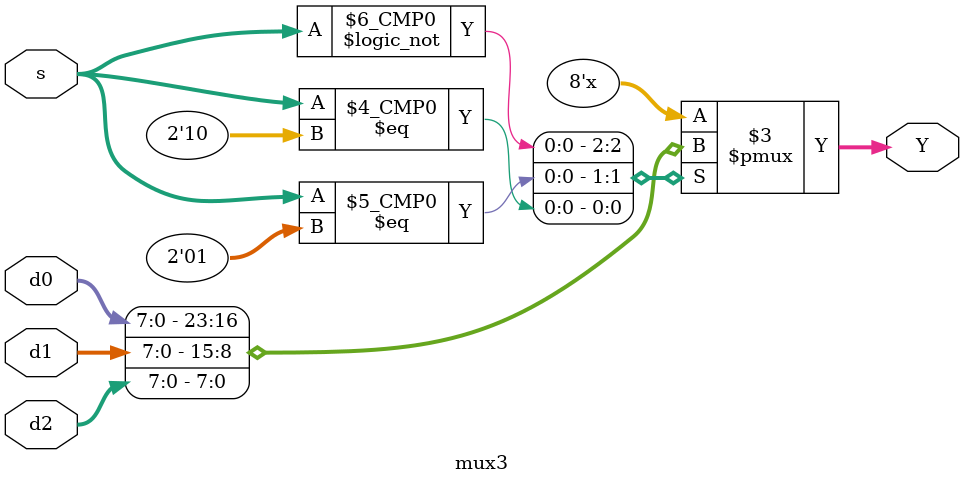
<source format=sv>
module mux3 #(parameter WIDTH = 8)
            (input logic [WIDTH-1:0] d0,d1,d2,
            input logic [1:0] s,
            output logic [WIDTH-1:0] Y);

    always_comb
        case ( s )
            2'b00: Y = d0;
            2'b01: Y = d1;
            2'b10: Y = d2;            
            default: Y = 16'hxxxx;
        endcase
endmodule

</source>
